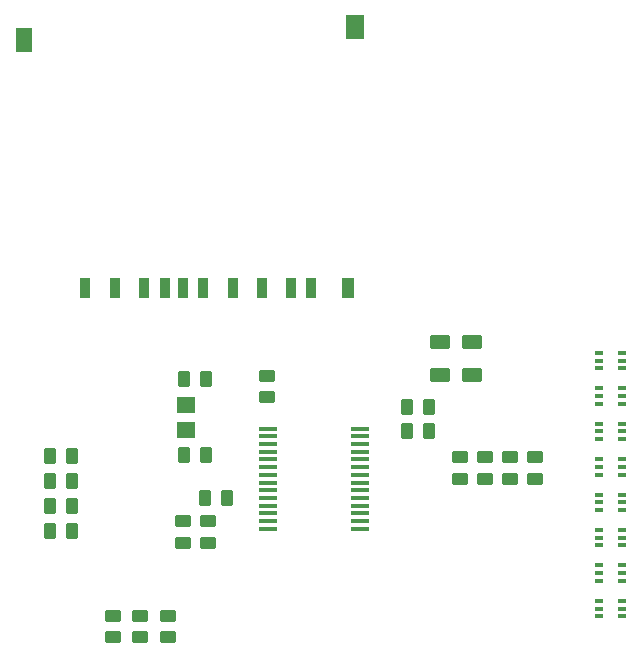
<source format=gbr>
%TF.GenerationSoftware,KiCad,Pcbnew,(6.0.2)*%
%TF.CreationDate,2022-06-02T00:09:37+03:00*%
%TF.ProjectId,BYKR-C2-V00,42594b52-2d43-4322-9d56-30302e6b6963,rev?*%
%TF.SameCoordinates,Original*%
%TF.FileFunction,Paste,Top*%
%TF.FilePolarity,Positive*%
%FSLAX46Y46*%
G04 Gerber Fmt 4.6, Leading zero omitted, Abs format (unit mm)*
G04 Created by KiCad (PCBNEW (6.0.2)) date 2022-06-02 00:09:37*
%MOMM*%
%LPD*%
G01*
G04 APERTURE LIST*
G04 Aperture macros list*
%AMRoundRect*
0 Rectangle with rounded corners*
0 $1 Rounding radius*
0 $2 $3 $4 $5 $6 $7 $8 $9 X,Y pos of 4 corners*
0 Add a 4 corners polygon primitive as box body*
4,1,4,$2,$3,$4,$5,$6,$7,$8,$9,$2,$3,0*
0 Add four circle primitives for the rounded corners*
1,1,$1+$1,$2,$3*
1,1,$1+$1,$4,$5*
1,1,$1+$1,$6,$7*
1,1,$1+$1,$8,$9*
0 Add four rect primitives between the rounded corners*
20,1,$1+$1,$2,$3,$4,$5,0*
20,1,$1+$1,$4,$5,$6,$7,0*
20,1,$1+$1,$6,$7,$8,$9,0*
20,1,$1+$1,$8,$9,$2,$3,0*%
G04 Aperture macros list end*
%ADD10R,0.899160X1.798320*%
%ADD11R,1.099820X1.798320*%
%ADD12R,1.399540X1.998980*%
%ADD13R,1.526540X1.998980*%
%ADD14R,1.500000X1.400000*%
%ADD15R,0.650000X0.400000*%
%ADD16R,1.600000X0.325000*%
%ADD17RoundRect,0.250000X-0.450000X0.262500X-0.450000X-0.262500X0.450000X-0.262500X0.450000X0.262500X0*%
%ADD18RoundRect,0.250000X0.450000X-0.262500X0.450000X0.262500X-0.450000X0.262500X-0.450000X-0.262500X0*%
%ADD19RoundRect,0.250000X-0.262500X-0.450000X0.262500X-0.450000X0.262500X0.450000X-0.262500X0.450000X0*%
%ADD20RoundRect,0.250000X-0.625000X0.375000X-0.625000X-0.375000X0.625000X-0.375000X0.625000X0.375000X0*%
G04 APERTURE END LIST*
D10*
%TO.C,U2*%
X126580900Y-88746660D03*
X129080260Y-88746660D03*
X130830320Y-88746660D03*
X134078980Y-88746660D03*
X136578340Y-88746660D03*
X139077700Y-88746660D03*
X141498320Y-88746660D03*
X143197580Y-88746660D03*
X124081540Y-88746660D03*
X132331460Y-88746660D03*
D11*
X146349720Y-88746660D03*
D12*
X118854220Y-67748480D03*
D13*
X146939000Y-66600400D03*
%TD*%
D14*
%TO.C,Y1*%
X132650000Y-98600000D03*
X132650000Y-100700000D03*
%TD*%
D15*
%TO.C,U11*%
X169500000Y-98500000D03*
X169500000Y-97850000D03*
X169500000Y-97200000D03*
X167600000Y-97200000D03*
X167600000Y-97850000D03*
X167600000Y-98500000D03*
%TD*%
%TO.C,U10*%
X169500000Y-95500000D03*
X169500000Y-94850000D03*
X169500000Y-94200000D03*
X167600000Y-94200000D03*
X167600000Y-94850000D03*
X167600000Y-95500000D03*
%TD*%
%TO.C,U9*%
X169500000Y-113500000D03*
X169500000Y-112850000D03*
X169500000Y-112200000D03*
X167600000Y-112200000D03*
X167600000Y-112850000D03*
X167600000Y-113500000D03*
%TD*%
%TO.C,U8*%
X169500000Y-110500000D03*
X169500000Y-109850000D03*
X169500000Y-109200000D03*
X167600000Y-109200000D03*
X167600000Y-109850000D03*
X167600000Y-110500000D03*
%TD*%
%TO.C,U7*%
X169500000Y-107500000D03*
X169500000Y-106850000D03*
X169500000Y-106200000D03*
X167600000Y-106200000D03*
X167600000Y-106850000D03*
X167600000Y-107500000D03*
%TD*%
%TO.C,U6*%
X167600000Y-104500000D03*
X167600000Y-103850000D03*
X167600000Y-103200000D03*
X169500000Y-103200000D03*
X169500000Y-103850000D03*
X169500000Y-104500000D03*
%TD*%
%TO.C,U5*%
X169500000Y-101500000D03*
X169500000Y-100850000D03*
X169500000Y-100200000D03*
X167600000Y-100200000D03*
X167600000Y-100850000D03*
X167600000Y-101500000D03*
%TD*%
%TO.C,U4*%
X169500000Y-116500000D03*
X169500000Y-115850000D03*
X169500000Y-115200000D03*
X167600000Y-115200000D03*
X167600000Y-115850000D03*
X167600000Y-116500000D03*
%TD*%
D16*
%TO.C,U3*%
X139550000Y-100625000D03*
X139550000Y-101275000D03*
X139550000Y-101925000D03*
X139550000Y-102575000D03*
X139550000Y-103225000D03*
X139550000Y-103875000D03*
X139550000Y-104525000D03*
X139550000Y-105175000D03*
X139550000Y-105825000D03*
X139550000Y-106475000D03*
X139550000Y-107125000D03*
X139550000Y-107775000D03*
X139550000Y-108425000D03*
X139550000Y-109075000D03*
X147350000Y-109075000D03*
X147350000Y-108425000D03*
X147350000Y-107775000D03*
X147350000Y-107125000D03*
X147350000Y-106475000D03*
X147350000Y-105825000D03*
X147350000Y-105175000D03*
X147350000Y-104525000D03*
X147350000Y-103875000D03*
X147350000Y-103225000D03*
X147350000Y-102575000D03*
X147350000Y-101925000D03*
X147350000Y-101275000D03*
X147350000Y-100625000D03*
%TD*%
D17*
%TO.C,U1*%
X131050000Y-116437500D03*
X131050000Y-118262500D03*
%TD*%
D18*
%TO.C,R11*%
X162150000Y-104862500D03*
X162150000Y-103037500D03*
%TD*%
%TO.C,R10*%
X160050000Y-104862500D03*
X160050000Y-103037500D03*
%TD*%
%TO.C,R9*%
X157950000Y-104862500D03*
X157950000Y-103037500D03*
%TD*%
%TO.C,R8*%
X155850000Y-104862500D03*
X155850000Y-103037500D03*
%TD*%
D19*
%TO.C,R7*%
X151337500Y-100850000D03*
X153162500Y-100850000D03*
%TD*%
%TO.C,R6*%
X151337500Y-98750000D03*
X153162500Y-98750000D03*
%TD*%
%TO.C,R5*%
X134237500Y-106450000D03*
X136062500Y-106450000D03*
%TD*%
D17*
%TO.C,R4*%
X139450000Y-96137500D03*
X139450000Y-97962500D03*
%TD*%
%TO.C,R3*%
X132350000Y-108437500D03*
X132350000Y-110262500D03*
%TD*%
D18*
%TO.C,R2*%
X128750000Y-118275000D03*
X128750000Y-116450000D03*
%TD*%
%TO.C,R1*%
X126450000Y-118262500D03*
X126450000Y-116437500D03*
%TD*%
D20*
%TO.C,D2*%
X156850000Y-93250000D03*
X156850000Y-96050000D03*
%TD*%
%TO.C,D1*%
X154150000Y-93250000D03*
X154150000Y-96050000D03*
%TD*%
D18*
%TO.C,C7*%
X134450000Y-110262500D03*
X134450000Y-108437500D03*
%TD*%
D19*
%TO.C,C6*%
X132437500Y-102850000D03*
X134262500Y-102850000D03*
%TD*%
%TO.C,C5*%
X132437500Y-96450000D03*
X134262500Y-96450000D03*
%TD*%
%TO.C,C4*%
X121125000Y-109250000D03*
X122950000Y-109250000D03*
%TD*%
%TO.C,C3*%
X121137500Y-107150000D03*
X122962500Y-107150000D03*
%TD*%
%TO.C,C2*%
X121137500Y-105050000D03*
X122962500Y-105050000D03*
%TD*%
%TO.C,C1*%
X121125000Y-102950000D03*
X122950000Y-102950000D03*
%TD*%
M02*

</source>
